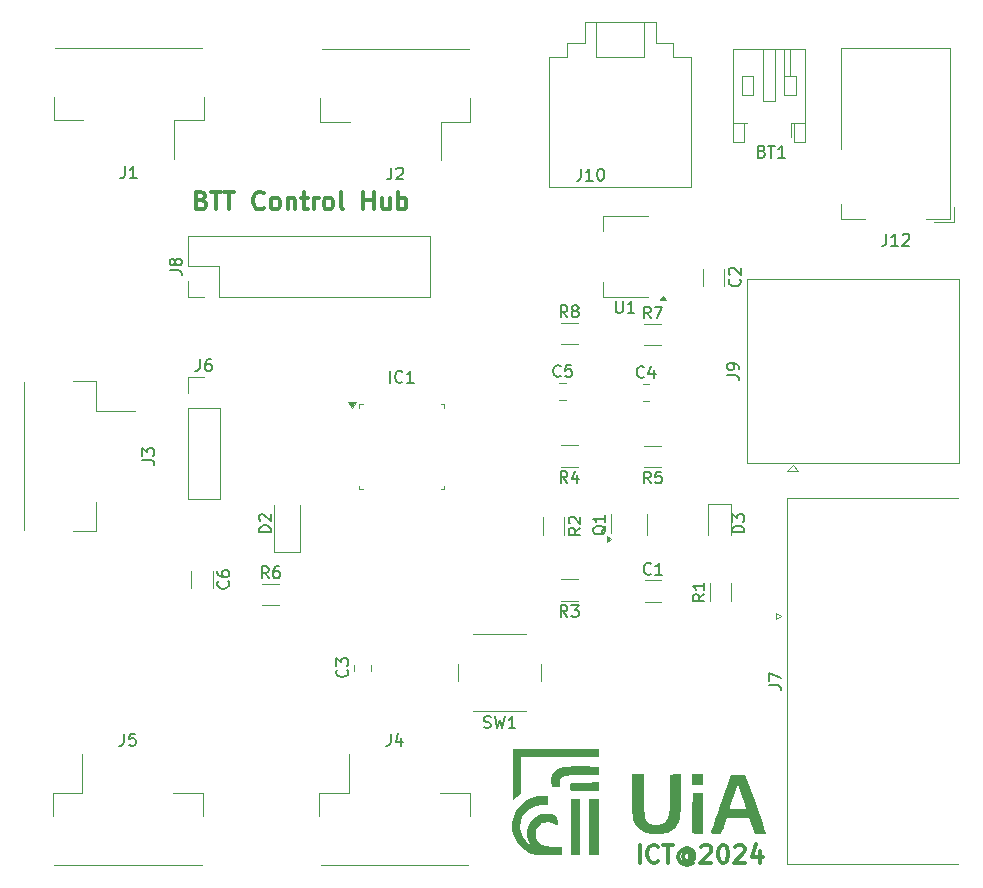
<source format=gbr>
%TF.GenerationSoftware,KiCad,Pcbnew,8.0.1*%
%TF.CreationDate,2024-05-29T14:30:23+02:00*%
%TF.ProjectId,CorntrolHub,436f726e-7472-46f6-9c48-75622e6b6963,rev?*%
%TF.SameCoordinates,Original*%
%TF.FileFunction,Legend,Top*%
%TF.FilePolarity,Positive*%
%FSLAX46Y46*%
G04 Gerber Fmt 4.6, Leading zero omitted, Abs format (unit mm)*
G04 Created by KiCad (PCBNEW 8.0.1) date 2024-05-29 14:30:23*
%MOMM*%
%LPD*%
G01*
G04 APERTURE LIST*
%ADD10C,0.300000*%
%ADD11C,0.150000*%
%ADD12C,0.000000*%
%ADD13C,0.120000*%
G04 APERTURE END LIST*
D10*
X119854510Y-71315114D02*
X120068796Y-71386542D01*
X120068796Y-71386542D02*
X120140225Y-71457971D01*
X120140225Y-71457971D02*
X120211653Y-71600828D01*
X120211653Y-71600828D02*
X120211653Y-71815114D01*
X120211653Y-71815114D02*
X120140225Y-71957971D01*
X120140225Y-71957971D02*
X120068796Y-72029400D01*
X120068796Y-72029400D02*
X119925939Y-72100828D01*
X119925939Y-72100828D02*
X119354510Y-72100828D01*
X119354510Y-72100828D02*
X119354510Y-70600828D01*
X119354510Y-70600828D02*
X119854510Y-70600828D01*
X119854510Y-70600828D02*
X119997368Y-70672257D01*
X119997368Y-70672257D02*
X120068796Y-70743685D01*
X120068796Y-70743685D02*
X120140225Y-70886542D01*
X120140225Y-70886542D02*
X120140225Y-71029400D01*
X120140225Y-71029400D02*
X120068796Y-71172257D01*
X120068796Y-71172257D02*
X119997368Y-71243685D01*
X119997368Y-71243685D02*
X119854510Y-71315114D01*
X119854510Y-71315114D02*
X119354510Y-71315114D01*
X120640225Y-70600828D02*
X121497368Y-70600828D01*
X121068796Y-72100828D02*
X121068796Y-70600828D01*
X121783082Y-70600828D02*
X122640225Y-70600828D01*
X122211653Y-72100828D02*
X122211653Y-70600828D01*
X125140224Y-71957971D02*
X125068796Y-72029400D01*
X125068796Y-72029400D02*
X124854510Y-72100828D01*
X124854510Y-72100828D02*
X124711653Y-72100828D01*
X124711653Y-72100828D02*
X124497367Y-72029400D01*
X124497367Y-72029400D02*
X124354510Y-71886542D01*
X124354510Y-71886542D02*
X124283081Y-71743685D01*
X124283081Y-71743685D02*
X124211653Y-71457971D01*
X124211653Y-71457971D02*
X124211653Y-71243685D01*
X124211653Y-71243685D02*
X124283081Y-70957971D01*
X124283081Y-70957971D02*
X124354510Y-70815114D01*
X124354510Y-70815114D02*
X124497367Y-70672257D01*
X124497367Y-70672257D02*
X124711653Y-70600828D01*
X124711653Y-70600828D02*
X124854510Y-70600828D01*
X124854510Y-70600828D02*
X125068796Y-70672257D01*
X125068796Y-70672257D02*
X125140224Y-70743685D01*
X125997367Y-72100828D02*
X125854510Y-72029400D01*
X125854510Y-72029400D02*
X125783081Y-71957971D01*
X125783081Y-71957971D02*
X125711653Y-71815114D01*
X125711653Y-71815114D02*
X125711653Y-71386542D01*
X125711653Y-71386542D02*
X125783081Y-71243685D01*
X125783081Y-71243685D02*
X125854510Y-71172257D01*
X125854510Y-71172257D02*
X125997367Y-71100828D01*
X125997367Y-71100828D02*
X126211653Y-71100828D01*
X126211653Y-71100828D02*
X126354510Y-71172257D01*
X126354510Y-71172257D02*
X126425939Y-71243685D01*
X126425939Y-71243685D02*
X126497367Y-71386542D01*
X126497367Y-71386542D02*
X126497367Y-71815114D01*
X126497367Y-71815114D02*
X126425939Y-71957971D01*
X126425939Y-71957971D02*
X126354510Y-72029400D01*
X126354510Y-72029400D02*
X126211653Y-72100828D01*
X126211653Y-72100828D02*
X125997367Y-72100828D01*
X127140224Y-71100828D02*
X127140224Y-72100828D01*
X127140224Y-71243685D02*
X127211653Y-71172257D01*
X127211653Y-71172257D02*
X127354510Y-71100828D01*
X127354510Y-71100828D02*
X127568796Y-71100828D01*
X127568796Y-71100828D02*
X127711653Y-71172257D01*
X127711653Y-71172257D02*
X127783082Y-71315114D01*
X127783082Y-71315114D02*
X127783082Y-72100828D01*
X128283082Y-71100828D02*
X128854510Y-71100828D01*
X128497367Y-70600828D02*
X128497367Y-71886542D01*
X128497367Y-71886542D02*
X128568796Y-72029400D01*
X128568796Y-72029400D02*
X128711653Y-72100828D01*
X128711653Y-72100828D02*
X128854510Y-72100828D01*
X129354510Y-72100828D02*
X129354510Y-71100828D01*
X129354510Y-71386542D02*
X129425939Y-71243685D01*
X129425939Y-71243685D02*
X129497368Y-71172257D01*
X129497368Y-71172257D02*
X129640225Y-71100828D01*
X129640225Y-71100828D02*
X129783082Y-71100828D01*
X130497367Y-72100828D02*
X130354510Y-72029400D01*
X130354510Y-72029400D02*
X130283081Y-71957971D01*
X130283081Y-71957971D02*
X130211653Y-71815114D01*
X130211653Y-71815114D02*
X130211653Y-71386542D01*
X130211653Y-71386542D02*
X130283081Y-71243685D01*
X130283081Y-71243685D02*
X130354510Y-71172257D01*
X130354510Y-71172257D02*
X130497367Y-71100828D01*
X130497367Y-71100828D02*
X130711653Y-71100828D01*
X130711653Y-71100828D02*
X130854510Y-71172257D01*
X130854510Y-71172257D02*
X130925939Y-71243685D01*
X130925939Y-71243685D02*
X130997367Y-71386542D01*
X130997367Y-71386542D02*
X130997367Y-71815114D01*
X130997367Y-71815114D02*
X130925939Y-71957971D01*
X130925939Y-71957971D02*
X130854510Y-72029400D01*
X130854510Y-72029400D02*
X130711653Y-72100828D01*
X130711653Y-72100828D02*
X130497367Y-72100828D01*
X131854510Y-72100828D02*
X131711653Y-72029400D01*
X131711653Y-72029400D02*
X131640224Y-71886542D01*
X131640224Y-71886542D02*
X131640224Y-70600828D01*
X133568795Y-72100828D02*
X133568795Y-70600828D01*
X133568795Y-71315114D02*
X134425938Y-71315114D01*
X134425938Y-72100828D02*
X134425938Y-70600828D01*
X135783082Y-71100828D02*
X135783082Y-72100828D01*
X135140224Y-71100828D02*
X135140224Y-71886542D01*
X135140224Y-71886542D02*
X135211653Y-72029400D01*
X135211653Y-72029400D02*
X135354510Y-72100828D01*
X135354510Y-72100828D02*
X135568796Y-72100828D01*
X135568796Y-72100828D02*
X135711653Y-72029400D01*
X135711653Y-72029400D02*
X135783082Y-71957971D01*
X136497367Y-72100828D02*
X136497367Y-70600828D01*
X136497367Y-71172257D02*
X136640225Y-71100828D01*
X136640225Y-71100828D02*
X136925939Y-71100828D01*
X136925939Y-71100828D02*
X137068796Y-71172257D01*
X137068796Y-71172257D02*
X137140225Y-71243685D01*
X137140225Y-71243685D02*
X137211653Y-71386542D01*
X137211653Y-71386542D02*
X137211653Y-71815114D01*
X137211653Y-71815114D02*
X137140225Y-71957971D01*
X137140225Y-71957971D02*
X137068796Y-72029400D01*
X137068796Y-72029400D02*
X136925939Y-72100828D01*
X136925939Y-72100828D02*
X136640225Y-72100828D01*
X136640225Y-72100828D02*
X136497367Y-72029400D01*
X156954510Y-127400828D02*
X156954510Y-125900828D01*
X158525939Y-127257971D02*
X158454511Y-127329400D01*
X158454511Y-127329400D02*
X158240225Y-127400828D01*
X158240225Y-127400828D02*
X158097368Y-127400828D01*
X158097368Y-127400828D02*
X157883082Y-127329400D01*
X157883082Y-127329400D02*
X157740225Y-127186542D01*
X157740225Y-127186542D02*
X157668796Y-127043685D01*
X157668796Y-127043685D02*
X157597368Y-126757971D01*
X157597368Y-126757971D02*
X157597368Y-126543685D01*
X157597368Y-126543685D02*
X157668796Y-126257971D01*
X157668796Y-126257971D02*
X157740225Y-126115114D01*
X157740225Y-126115114D02*
X157883082Y-125972257D01*
X157883082Y-125972257D02*
X158097368Y-125900828D01*
X158097368Y-125900828D02*
X158240225Y-125900828D01*
X158240225Y-125900828D02*
X158454511Y-125972257D01*
X158454511Y-125972257D02*
X158525939Y-126043685D01*
X158954511Y-125900828D02*
X159811654Y-125900828D01*
X159383082Y-127400828D02*
X159383082Y-125900828D01*
X161240225Y-126686542D02*
X161168796Y-126615114D01*
X161168796Y-126615114D02*
X161025939Y-126543685D01*
X161025939Y-126543685D02*
X160883082Y-126543685D01*
X160883082Y-126543685D02*
X160740225Y-126615114D01*
X160740225Y-126615114D02*
X160668796Y-126686542D01*
X160668796Y-126686542D02*
X160597368Y-126829400D01*
X160597368Y-126829400D02*
X160597368Y-126972257D01*
X160597368Y-126972257D02*
X160668796Y-127115114D01*
X160668796Y-127115114D02*
X160740225Y-127186542D01*
X160740225Y-127186542D02*
X160883082Y-127257971D01*
X160883082Y-127257971D02*
X161025939Y-127257971D01*
X161025939Y-127257971D02*
X161168796Y-127186542D01*
X161168796Y-127186542D02*
X161240225Y-127115114D01*
X161240225Y-126543685D02*
X161240225Y-127115114D01*
X161240225Y-127115114D02*
X161311653Y-127186542D01*
X161311653Y-127186542D02*
X161383082Y-127186542D01*
X161383082Y-127186542D02*
X161525939Y-127115114D01*
X161525939Y-127115114D02*
X161597368Y-126972257D01*
X161597368Y-126972257D02*
X161597368Y-126615114D01*
X161597368Y-126615114D02*
X161454511Y-126400828D01*
X161454511Y-126400828D02*
X161240225Y-126257971D01*
X161240225Y-126257971D02*
X160954511Y-126186542D01*
X160954511Y-126186542D02*
X160668796Y-126257971D01*
X160668796Y-126257971D02*
X160454511Y-126400828D01*
X160454511Y-126400828D02*
X160311653Y-126615114D01*
X160311653Y-126615114D02*
X160240225Y-126900828D01*
X160240225Y-126900828D02*
X160311653Y-127186542D01*
X160311653Y-127186542D02*
X160454511Y-127400828D01*
X160454511Y-127400828D02*
X160668796Y-127543685D01*
X160668796Y-127543685D02*
X160954511Y-127615114D01*
X160954511Y-127615114D02*
X161240225Y-127543685D01*
X161240225Y-127543685D02*
X161454511Y-127400828D01*
X162168796Y-126043685D02*
X162240224Y-125972257D01*
X162240224Y-125972257D02*
X162383082Y-125900828D01*
X162383082Y-125900828D02*
X162740224Y-125900828D01*
X162740224Y-125900828D02*
X162883082Y-125972257D01*
X162883082Y-125972257D02*
X162954510Y-126043685D01*
X162954510Y-126043685D02*
X163025939Y-126186542D01*
X163025939Y-126186542D02*
X163025939Y-126329400D01*
X163025939Y-126329400D02*
X162954510Y-126543685D01*
X162954510Y-126543685D02*
X162097367Y-127400828D01*
X162097367Y-127400828D02*
X163025939Y-127400828D01*
X163954510Y-125900828D02*
X164097367Y-125900828D01*
X164097367Y-125900828D02*
X164240224Y-125972257D01*
X164240224Y-125972257D02*
X164311653Y-126043685D01*
X164311653Y-126043685D02*
X164383081Y-126186542D01*
X164383081Y-126186542D02*
X164454510Y-126472257D01*
X164454510Y-126472257D02*
X164454510Y-126829400D01*
X164454510Y-126829400D02*
X164383081Y-127115114D01*
X164383081Y-127115114D02*
X164311653Y-127257971D01*
X164311653Y-127257971D02*
X164240224Y-127329400D01*
X164240224Y-127329400D02*
X164097367Y-127400828D01*
X164097367Y-127400828D02*
X163954510Y-127400828D01*
X163954510Y-127400828D02*
X163811653Y-127329400D01*
X163811653Y-127329400D02*
X163740224Y-127257971D01*
X163740224Y-127257971D02*
X163668795Y-127115114D01*
X163668795Y-127115114D02*
X163597367Y-126829400D01*
X163597367Y-126829400D02*
X163597367Y-126472257D01*
X163597367Y-126472257D02*
X163668795Y-126186542D01*
X163668795Y-126186542D02*
X163740224Y-126043685D01*
X163740224Y-126043685D02*
X163811653Y-125972257D01*
X163811653Y-125972257D02*
X163954510Y-125900828D01*
X165025938Y-126043685D02*
X165097366Y-125972257D01*
X165097366Y-125972257D02*
X165240224Y-125900828D01*
X165240224Y-125900828D02*
X165597366Y-125900828D01*
X165597366Y-125900828D02*
X165740224Y-125972257D01*
X165740224Y-125972257D02*
X165811652Y-126043685D01*
X165811652Y-126043685D02*
X165883081Y-126186542D01*
X165883081Y-126186542D02*
X165883081Y-126329400D01*
X165883081Y-126329400D02*
X165811652Y-126543685D01*
X165811652Y-126543685D02*
X164954509Y-127400828D01*
X164954509Y-127400828D02*
X165883081Y-127400828D01*
X167168795Y-126400828D02*
X167168795Y-127400828D01*
X166811652Y-125829400D02*
X166454509Y-126900828D01*
X166454509Y-126900828D02*
X167383080Y-126900828D01*
D11*
X157883333Y-81334819D02*
X157550000Y-80858628D01*
X157311905Y-81334819D02*
X157311905Y-80334819D01*
X157311905Y-80334819D02*
X157692857Y-80334819D01*
X157692857Y-80334819D02*
X157788095Y-80382438D01*
X157788095Y-80382438D02*
X157835714Y-80430057D01*
X157835714Y-80430057D02*
X157883333Y-80525295D01*
X157883333Y-80525295D02*
X157883333Y-80668152D01*
X157883333Y-80668152D02*
X157835714Y-80763390D01*
X157835714Y-80763390D02*
X157788095Y-80811009D01*
X157788095Y-80811009D02*
X157692857Y-80858628D01*
X157692857Y-80858628D02*
X157311905Y-80858628D01*
X158216667Y-80334819D02*
X158883333Y-80334819D01*
X158883333Y-80334819D02*
X158454762Y-81334819D01*
X157883333Y-95299819D02*
X157550000Y-94823628D01*
X157311905Y-95299819D02*
X157311905Y-94299819D01*
X157311905Y-94299819D02*
X157692857Y-94299819D01*
X157692857Y-94299819D02*
X157788095Y-94347438D01*
X157788095Y-94347438D02*
X157835714Y-94395057D01*
X157835714Y-94395057D02*
X157883333Y-94490295D01*
X157883333Y-94490295D02*
X157883333Y-94633152D01*
X157883333Y-94633152D02*
X157835714Y-94728390D01*
X157835714Y-94728390D02*
X157788095Y-94776009D01*
X157788095Y-94776009D02*
X157692857Y-94823628D01*
X157692857Y-94823628D02*
X157311905Y-94823628D01*
X158788095Y-94299819D02*
X158311905Y-94299819D01*
X158311905Y-94299819D02*
X158264286Y-94776009D01*
X158264286Y-94776009D02*
X158311905Y-94728390D01*
X158311905Y-94728390D02*
X158407143Y-94680771D01*
X158407143Y-94680771D02*
X158645238Y-94680771D01*
X158645238Y-94680771D02*
X158740476Y-94728390D01*
X158740476Y-94728390D02*
X158788095Y-94776009D01*
X158788095Y-94776009D02*
X158835714Y-94871247D01*
X158835714Y-94871247D02*
X158835714Y-95109342D01*
X158835714Y-95109342D02*
X158788095Y-95204580D01*
X158788095Y-95204580D02*
X158740476Y-95252200D01*
X158740476Y-95252200D02*
X158645238Y-95299819D01*
X158645238Y-95299819D02*
X158407143Y-95299819D01*
X158407143Y-95299819D02*
X158311905Y-95252200D01*
X158311905Y-95252200D02*
X158264286Y-95204580D01*
X135936997Y-68559819D02*
X135936997Y-69274104D01*
X135936997Y-69274104D02*
X135889378Y-69416961D01*
X135889378Y-69416961D02*
X135794140Y-69512200D01*
X135794140Y-69512200D02*
X135651283Y-69559819D01*
X135651283Y-69559819D02*
X135556045Y-69559819D01*
X136365569Y-68655057D02*
X136413188Y-68607438D01*
X136413188Y-68607438D02*
X136508426Y-68559819D01*
X136508426Y-68559819D02*
X136746521Y-68559819D01*
X136746521Y-68559819D02*
X136841759Y-68607438D01*
X136841759Y-68607438D02*
X136889378Y-68655057D01*
X136889378Y-68655057D02*
X136936997Y-68750295D01*
X136936997Y-68750295D02*
X136936997Y-68845533D01*
X136936997Y-68845533D02*
X136889378Y-68988390D01*
X136889378Y-68988390D02*
X136317950Y-69559819D01*
X136317950Y-69559819D02*
X136936997Y-69559819D01*
X113286666Y-116504819D02*
X113286666Y-117219104D01*
X113286666Y-117219104D02*
X113239047Y-117361961D01*
X113239047Y-117361961D02*
X113143809Y-117457200D01*
X113143809Y-117457200D02*
X113000952Y-117504819D01*
X113000952Y-117504819D02*
X112905714Y-117504819D01*
X114239047Y-116504819D02*
X113762857Y-116504819D01*
X113762857Y-116504819D02*
X113715238Y-116981009D01*
X113715238Y-116981009D02*
X113762857Y-116933390D01*
X113762857Y-116933390D02*
X113858095Y-116885771D01*
X113858095Y-116885771D02*
X114096190Y-116885771D01*
X114096190Y-116885771D02*
X114191428Y-116933390D01*
X114191428Y-116933390D02*
X114239047Y-116981009D01*
X114239047Y-116981009D02*
X114286666Y-117076247D01*
X114286666Y-117076247D02*
X114286666Y-117314342D01*
X114286666Y-117314342D02*
X114239047Y-117409580D01*
X114239047Y-117409580D02*
X114191428Y-117457200D01*
X114191428Y-117457200D02*
X114096190Y-117504819D01*
X114096190Y-117504819D02*
X113858095Y-117504819D01*
X113858095Y-117504819D02*
X113762857Y-117457200D01*
X113762857Y-117457200D02*
X113715238Y-117409580D01*
X157913333Y-102934580D02*
X157865714Y-102982200D01*
X157865714Y-102982200D02*
X157722857Y-103029819D01*
X157722857Y-103029819D02*
X157627619Y-103029819D01*
X157627619Y-103029819D02*
X157484762Y-102982200D01*
X157484762Y-102982200D02*
X157389524Y-102886961D01*
X157389524Y-102886961D02*
X157341905Y-102791723D01*
X157341905Y-102791723D02*
X157294286Y-102601247D01*
X157294286Y-102601247D02*
X157294286Y-102458390D01*
X157294286Y-102458390D02*
X157341905Y-102267914D01*
X157341905Y-102267914D02*
X157389524Y-102172676D01*
X157389524Y-102172676D02*
X157484762Y-102077438D01*
X157484762Y-102077438D02*
X157627619Y-102029819D01*
X157627619Y-102029819D02*
X157722857Y-102029819D01*
X157722857Y-102029819D02*
X157865714Y-102077438D01*
X157865714Y-102077438D02*
X157913333Y-102125057D01*
X158865714Y-103029819D02*
X158294286Y-103029819D01*
X158580000Y-103029819D02*
X158580000Y-102029819D01*
X158580000Y-102029819D02*
X158484762Y-102172676D01*
X158484762Y-102172676D02*
X158389524Y-102267914D01*
X158389524Y-102267914D02*
X158294286Y-102315533D01*
X119726666Y-84784819D02*
X119726666Y-85499104D01*
X119726666Y-85499104D02*
X119679047Y-85641961D01*
X119679047Y-85641961D02*
X119583809Y-85737200D01*
X119583809Y-85737200D02*
X119440952Y-85784819D01*
X119440952Y-85784819D02*
X119345714Y-85784819D01*
X120631428Y-84784819D02*
X120440952Y-84784819D01*
X120440952Y-84784819D02*
X120345714Y-84832438D01*
X120345714Y-84832438D02*
X120298095Y-84880057D01*
X120298095Y-84880057D02*
X120202857Y-85022914D01*
X120202857Y-85022914D02*
X120155238Y-85213390D01*
X120155238Y-85213390D02*
X120155238Y-85594342D01*
X120155238Y-85594342D02*
X120202857Y-85689580D01*
X120202857Y-85689580D02*
X120250476Y-85737200D01*
X120250476Y-85737200D02*
X120345714Y-85784819D01*
X120345714Y-85784819D02*
X120536190Y-85784819D01*
X120536190Y-85784819D02*
X120631428Y-85737200D01*
X120631428Y-85737200D02*
X120679047Y-85689580D01*
X120679047Y-85689580D02*
X120726666Y-85594342D01*
X120726666Y-85594342D02*
X120726666Y-85356247D01*
X120726666Y-85356247D02*
X120679047Y-85261009D01*
X120679047Y-85261009D02*
X120631428Y-85213390D01*
X120631428Y-85213390D02*
X120536190Y-85165771D01*
X120536190Y-85165771D02*
X120345714Y-85165771D01*
X120345714Y-85165771D02*
X120250476Y-85213390D01*
X120250476Y-85213390D02*
X120202857Y-85261009D01*
X120202857Y-85261009D02*
X120155238Y-85356247D01*
X165804819Y-99438094D02*
X164804819Y-99438094D01*
X164804819Y-99438094D02*
X164804819Y-99199999D01*
X164804819Y-99199999D02*
X164852438Y-99057142D01*
X164852438Y-99057142D02*
X164947676Y-98961904D01*
X164947676Y-98961904D02*
X165042914Y-98914285D01*
X165042914Y-98914285D02*
X165233390Y-98866666D01*
X165233390Y-98866666D02*
X165376247Y-98866666D01*
X165376247Y-98866666D02*
X165566723Y-98914285D01*
X165566723Y-98914285D02*
X165661961Y-98961904D01*
X165661961Y-98961904D02*
X165757200Y-99057142D01*
X165757200Y-99057142D02*
X165804819Y-99199999D01*
X165804819Y-99199999D02*
X165804819Y-99438094D01*
X164804819Y-98533332D02*
X164804819Y-97914285D01*
X164804819Y-97914285D02*
X165185771Y-98247618D01*
X165185771Y-98247618D02*
X165185771Y-98104761D01*
X165185771Y-98104761D02*
X165233390Y-98009523D01*
X165233390Y-98009523D02*
X165281009Y-97961904D01*
X165281009Y-97961904D02*
X165376247Y-97914285D01*
X165376247Y-97914285D02*
X165614342Y-97914285D01*
X165614342Y-97914285D02*
X165709580Y-97961904D01*
X165709580Y-97961904D02*
X165757200Y-98009523D01*
X165757200Y-98009523D02*
X165804819Y-98104761D01*
X165804819Y-98104761D02*
X165804819Y-98390475D01*
X165804819Y-98390475D02*
X165757200Y-98485713D01*
X165757200Y-98485713D02*
X165709580Y-98533332D01*
X164354819Y-86125833D02*
X165069104Y-86125833D01*
X165069104Y-86125833D02*
X165211961Y-86173452D01*
X165211961Y-86173452D02*
X165307200Y-86268690D01*
X165307200Y-86268690D02*
X165354819Y-86411547D01*
X165354819Y-86411547D02*
X165354819Y-86506785D01*
X165354819Y-85602023D02*
X165354819Y-85411547D01*
X165354819Y-85411547D02*
X165307200Y-85316309D01*
X165307200Y-85316309D02*
X165259580Y-85268690D01*
X165259580Y-85268690D02*
X165116723Y-85173452D01*
X165116723Y-85173452D02*
X164926247Y-85125833D01*
X164926247Y-85125833D02*
X164545295Y-85125833D01*
X164545295Y-85125833D02*
X164450057Y-85173452D01*
X164450057Y-85173452D02*
X164402438Y-85221071D01*
X164402438Y-85221071D02*
X164354819Y-85316309D01*
X164354819Y-85316309D02*
X164354819Y-85506785D01*
X164354819Y-85506785D02*
X164402438Y-85602023D01*
X164402438Y-85602023D02*
X164450057Y-85649642D01*
X164450057Y-85649642D02*
X164545295Y-85697261D01*
X164545295Y-85697261D02*
X164783390Y-85697261D01*
X164783390Y-85697261D02*
X164878628Y-85649642D01*
X164878628Y-85649642D02*
X164926247Y-85602023D01*
X164926247Y-85602023D02*
X164973866Y-85506785D01*
X164973866Y-85506785D02*
X164973866Y-85316309D01*
X164973866Y-85316309D02*
X164926247Y-85221071D01*
X164926247Y-85221071D02*
X164878628Y-85173452D01*
X164878628Y-85173452D02*
X164783390Y-85125833D01*
X165409580Y-78004166D02*
X165457200Y-78051785D01*
X165457200Y-78051785D02*
X165504819Y-78194642D01*
X165504819Y-78194642D02*
X165504819Y-78289880D01*
X165504819Y-78289880D02*
X165457200Y-78432737D01*
X165457200Y-78432737D02*
X165361961Y-78527975D01*
X165361961Y-78527975D02*
X165266723Y-78575594D01*
X165266723Y-78575594D02*
X165076247Y-78623213D01*
X165076247Y-78623213D02*
X164933390Y-78623213D01*
X164933390Y-78623213D02*
X164742914Y-78575594D01*
X164742914Y-78575594D02*
X164647676Y-78527975D01*
X164647676Y-78527975D02*
X164552438Y-78432737D01*
X164552438Y-78432737D02*
X164504819Y-78289880D01*
X164504819Y-78289880D02*
X164504819Y-78194642D01*
X164504819Y-78194642D02*
X164552438Y-78051785D01*
X164552438Y-78051785D02*
X164600057Y-78004166D01*
X164600057Y-77623213D02*
X164552438Y-77575594D01*
X164552438Y-77575594D02*
X164504819Y-77480356D01*
X164504819Y-77480356D02*
X164504819Y-77242261D01*
X164504819Y-77242261D02*
X164552438Y-77147023D01*
X164552438Y-77147023D02*
X164600057Y-77099404D01*
X164600057Y-77099404D02*
X164695295Y-77051785D01*
X164695295Y-77051785D02*
X164790533Y-77051785D01*
X164790533Y-77051785D02*
X164933390Y-77099404D01*
X164933390Y-77099404D02*
X165504819Y-77670832D01*
X165504819Y-77670832D02*
X165504819Y-77051785D01*
X154100057Y-98895238D02*
X154052438Y-98990476D01*
X154052438Y-98990476D02*
X153957200Y-99085714D01*
X153957200Y-99085714D02*
X153814342Y-99228571D01*
X153814342Y-99228571D02*
X153766723Y-99323809D01*
X153766723Y-99323809D02*
X153766723Y-99419047D01*
X154004819Y-99371428D02*
X153957200Y-99466666D01*
X153957200Y-99466666D02*
X153861961Y-99561904D01*
X153861961Y-99561904D02*
X153671485Y-99609523D01*
X153671485Y-99609523D02*
X153338152Y-99609523D01*
X153338152Y-99609523D02*
X153147676Y-99561904D01*
X153147676Y-99561904D02*
X153052438Y-99466666D01*
X153052438Y-99466666D02*
X153004819Y-99371428D01*
X153004819Y-99371428D02*
X153004819Y-99180952D01*
X153004819Y-99180952D02*
X153052438Y-99085714D01*
X153052438Y-99085714D02*
X153147676Y-98990476D01*
X153147676Y-98990476D02*
X153338152Y-98942857D01*
X153338152Y-98942857D02*
X153671485Y-98942857D01*
X153671485Y-98942857D02*
X153861961Y-98990476D01*
X153861961Y-98990476D02*
X153957200Y-99085714D01*
X153957200Y-99085714D02*
X154004819Y-99180952D01*
X154004819Y-99180952D02*
X154004819Y-99371428D01*
X154004819Y-97990476D02*
X154004819Y-98561904D01*
X154004819Y-98276190D02*
X153004819Y-98276190D01*
X153004819Y-98276190D02*
X153147676Y-98371428D01*
X153147676Y-98371428D02*
X153242914Y-98466666D01*
X153242914Y-98466666D02*
X153290533Y-98561904D01*
X135866666Y-116504819D02*
X135866666Y-117219104D01*
X135866666Y-117219104D02*
X135819047Y-117361961D01*
X135819047Y-117361961D02*
X135723809Y-117457200D01*
X135723809Y-117457200D02*
X135580952Y-117504819D01*
X135580952Y-117504819D02*
X135485714Y-117504819D01*
X136771428Y-116838152D02*
X136771428Y-117504819D01*
X136533333Y-116457200D02*
X136295238Y-117171485D01*
X136295238Y-117171485D02*
X136914285Y-117171485D01*
X167304616Y-67186009D02*
X167447473Y-67233628D01*
X167447473Y-67233628D02*
X167495092Y-67281247D01*
X167495092Y-67281247D02*
X167542711Y-67376485D01*
X167542711Y-67376485D02*
X167542711Y-67519342D01*
X167542711Y-67519342D02*
X167495092Y-67614580D01*
X167495092Y-67614580D02*
X167447473Y-67662200D01*
X167447473Y-67662200D02*
X167352235Y-67709819D01*
X167352235Y-67709819D02*
X166971283Y-67709819D01*
X166971283Y-67709819D02*
X166971283Y-66709819D01*
X166971283Y-66709819D02*
X167304616Y-66709819D01*
X167304616Y-66709819D02*
X167399854Y-66757438D01*
X167399854Y-66757438D02*
X167447473Y-66805057D01*
X167447473Y-66805057D02*
X167495092Y-66900295D01*
X167495092Y-66900295D02*
X167495092Y-66995533D01*
X167495092Y-66995533D02*
X167447473Y-67090771D01*
X167447473Y-67090771D02*
X167399854Y-67138390D01*
X167399854Y-67138390D02*
X167304616Y-67186009D01*
X167304616Y-67186009D02*
X166971283Y-67186009D01*
X167828426Y-66709819D02*
X168399854Y-66709819D01*
X168114140Y-67709819D02*
X168114140Y-66709819D01*
X169256997Y-67709819D02*
X168685569Y-67709819D01*
X168971283Y-67709819D02*
X168971283Y-66709819D01*
X168971283Y-66709819D02*
X168876045Y-66852676D01*
X168876045Y-66852676D02*
X168780807Y-66947914D01*
X168780807Y-66947914D02*
X168685569Y-66995533D01*
X122099911Y-103584166D02*
X122147531Y-103631785D01*
X122147531Y-103631785D02*
X122195150Y-103774642D01*
X122195150Y-103774642D02*
X122195150Y-103869880D01*
X122195150Y-103869880D02*
X122147531Y-104012737D01*
X122147531Y-104012737D02*
X122052292Y-104107975D01*
X122052292Y-104107975D02*
X121957054Y-104155594D01*
X121957054Y-104155594D02*
X121766578Y-104203213D01*
X121766578Y-104203213D02*
X121623721Y-104203213D01*
X121623721Y-104203213D02*
X121433245Y-104155594D01*
X121433245Y-104155594D02*
X121338007Y-104107975D01*
X121338007Y-104107975D02*
X121242769Y-104012737D01*
X121242769Y-104012737D02*
X121195150Y-103869880D01*
X121195150Y-103869880D02*
X121195150Y-103774642D01*
X121195150Y-103774642D02*
X121242769Y-103631785D01*
X121242769Y-103631785D02*
X121290388Y-103584166D01*
X121195150Y-102727023D02*
X121195150Y-102917499D01*
X121195150Y-102917499D02*
X121242769Y-103012737D01*
X121242769Y-103012737D02*
X121290388Y-103060356D01*
X121290388Y-103060356D02*
X121433245Y-103155594D01*
X121433245Y-103155594D02*
X121623721Y-103203213D01*
X121623721Y-103203213D02*
X122004673Y-103203213D01*
X122004673Y-103203213D02*
X122099911Y-103155594D01*
X122099911Y-103155594D02*
X122147531Y-103107975D01*
X122147531Y-103107975D02*
X122195150Y-103012737D01*
X122195150Y-103012737D02*
X122195150Y-102822261D01*
X122195150Y-102822261D02*
X122147531Y-102727023D01*
X122147531Y-102727023D02*
X122099911Y-102679404D01*
X122099911Y-102679404D02*
X122004673Y-102631785D01*
X122004673Y-102631785D02*
X121766578Y-102631785D01*
X121766578Y-102631785D02*
X121671340Y-102679404D01*
X121671340Y-102679404D02*
X121623721Y-102727023D01*
X121623721Y-102727023D02*
X121576102Y-102822261D01*
X121576102Y-102822261D02*
X121576102Y-103012737D01*
X121576102Y-103012737D02*
X121623721Y-103107975D01*
X121623721Y-103107975D02*
X121671340Y-103155594D01*
X121671340Y-103155594D02*
X121766578Y-103203213D01*
X150833333Y-106599819D02*
X150500000Y-106123628D01*
X150261905Y-106599819D02*
X150261905Y-105599819D01*
X150261905Y-105599819D02*
X150642857Y-105599819D01*
X150642857Y-105599819D02*
X150738095Y-105647438D01*
X150738095Y-105647438D02*
X150785714Y-105695057D01*
X150785714Y-105695057D02*
X150833333Y-105790295D01*
X150833333Y-105790295D02*
X150833333Y-105933152D01*
X150833333Y-105933152D02*
X150785714Y-106028390D01*
X150785714Y-106028390D02*
X150738095Y-106076009D01*
X150738095Y-106076009D02*
X150642857Y-106123628D01*
X150642857Y-106123628D02*
X150261905Y-106123628D01*
X151166667Y-105599819D02*
X151785714Y-105599819D01*
X151785714Y-105599819D02*
X151452381Y-105980771D01*
X151452381Y-105980771D02*
X151595238Y-105980771D01*
X151595238Y-105980771D02*
X151690476Y-106028390D01*
X151690476Y-106028390D02*
X151738095Y-106076009D01*
X151738095Y-106076009D02*
X151785714Y-106171247D01*
X151785714Y-106171247D02*
X151785714Y-106409342D01*
X151785714Y-106409342D02*
X151738095Y-106504580D01*
X151738095Y-106504580D02*
X151690476Y-106552200D01*
X151690476Y-106552200D02*
X151595238Y-106599819D01*
X151595238Y-106599819D02*
X151309524Y-106599819D01*
X151309524Y-106599819D02*
X151214286Y-106552200D01*
X151214286Y-106552200D02*
X151166667Y-106504580D01*
X167914819Y-112378333D02*
X168629104Y-112378333D01*
X168629104Y-112378333D02*
X168771961Y-112425952D01*
X168771961Y-112425952D02*
X168867200Y-112521190D01*
X168867200Y-112521190D02*
X168914819Y-112664047D01*
X168914819Y-112664047D02*
X168914819Y-112759285D01*
X167914819Y-111997380D02*
X167914819Y-111330714D01*
X167914819Y-111330714D02*
X168914819Y-111759285D01*
X114854819Y-93333333D02*
X115569104Y-93333333D01*
X115569104Y-93333333D02*
X115711961Y-93380952D01*
X115711961Y-93380952D02*
X115807200Y-93476190D01*
X115807200Y-93476190D02*
X115854819Y-93619047D01*
X115854819Y-93619047D02*
X115854819Y-93714285D01*
X114854819Y-92952380D02*
X114854819Y-92333333D01*
X114854819Y-92333333D02*
X115235771Y-92666666D01*
X115235771Y-92666666D02*
X115235771Y-92523809D01*
X115235771Y-92523809D02*
X115283390Y-92428571D01*
X115283390Y-92428571D02*
X115331009Y-92380952D01*
X115331009Y-92380952D02*
X115426247Y-92333333D01*
X115426247Y-92333333D02*
X115664342Y-92333333D01*
X115664342Y-92333333D02*
X115759580Y-92380952D01*
X115759580Y-92380952D02*
X115807200Y-92428571D01*
X115807200Y-92428571D02*
X115854819Y-92523809D01*
X115854819Y-92523809D02*
X115854819Y-92809523D01*
X115854819Y-92809523D02*
X115807200Y-92904761D01*
X115807200Y-92904761D02*
X115759580Y-92952380D01*
X157313333Y-86279580D02*
X157265714Y-86327200D01*
X157265714Y-86327200D02*
X157122857Y-86374819D01*
X157122857Y-86374819D02*
X157027619Y-86374819D01*
X157027619Y-86374819D02*
X156884762Y-86327200D01*
X156884762Y-86327200D02*
X156789524Y-86231961D01*
X156789524Y-86231961D02*
X156741905Y-86136723D01*
X156741905Y-86136723D02*
X156694286Y-85946247D01*
X156694286Y-85946247D02*
X156694286Y-85803390D01*
X156694286Y-85803390D02*
X156741905Y-85612914D01*
X156741905Y-85612914D02*
X156789524Y-85517676D01*
X156789524Y-85517676D02*
X156884762Y-85422438D01*
X156884762Y-85422438D02*
X157027619Y-85374819D01*
X157027619Y-85374819D02*
X157122857Y-85374819D01*
X157122857Y-85374819D02*
X157265714Y-85422438D01*
X157265714Y-85422438D02*
X157313333Y-85470057D01*
X158170476Y-85708152D02*
X158170476Y-86374819D01*
X157932381Y-85327200D02*
X157694286Y-86041485D01*
X157694286Y-86041485D02*
X158313333Y-86041485D01*
X162434819Y-104666666D02*
X161958628Y-104999999D01*
X162434819Y-105238094D02*
X161434819Y-105238094D01*
X161434819Y-105238094D02*
X161434819Y-104857142D01*
X161434819Y-104857142D02*
X161482438Y-104761904D01*
X161482438Y-104761904D02*
X161530057Y-104714285D01*
X161530057Y-104714285D02*
X161625295Y-104666666D01*
X161625295Y-104666666D02*
X161768152Y-104666666D01*
X161768152Y-104666666D02*
X161863390Y-104714285D01*
X161863390Y-104714285D02*
X161911009Y-104761904D01*
X161911009Y-104761904D02*
X161958628Y-104857142D01*
X161958628Y-104857142D02*
X161958628Y-105238094D01*
X162434819Y-103714285D02*
X162434819Y-104285713D01*
X162434819Y-103999999D02*
X161434819Y-103999999D01*
X161434819Y-103999999D02*
X161577676Y-104095237D01*
X161577676Y-104095237D02*
X161672914Y-104190475D01*
X161672914Y-104190475D02*
X161720533Y-104285713D01*
X151990476Y-68654819D02*
X151990476Y-69369104D01*
X151990476Y-69369104D02*
X151942857Y-69511961D01*
X151942857Y-69511961D02*
X151847619Y-69607200D01*
X151847619Y-69607200D02*
X151704762Y-69654819D01*
X151704762Y-69654819D02*
X151609524Y-69654819D01*
X152990476Y-69654819D02*
X152419048Y-69654819D01*
X152704762Y-69654819D02*
X152704762Y-68654819D01*
X152704762Y-68654819D02*
X152609524Y-68797676D01*
X152609524Y-68797676D02*
X152514286Y-68892914D01*
X152514286Y-68892914D02*
X152419048Y-68940533D01*
X153609524Y-68654819D02*
X153704762Y-68654819D01*
X153704762Y-68654819D02*
X153800000Y-68702438D01*
X153800000Y-68702438D02*
X153847619Y-68750057D01*
X153847619Y-68750057D02*
X153895238Y-68845295D01*
X153895238Y-68845295D02*
X153942857Y-69035771D01*
X153942857Y-69035771D02*
X153942857Y-69273866D01*
X153942857Y-69273866D02*
X153895238Y-69464342D01*
X153895238Y-69464342D02*
X153847619Y-69559580D01*
X153847619Y-69559580D02*
X153800000Y-69607200D01*
X153800000Y-69607200D02*
X153704762Y-69654819D01*
X153704762Y-69654819D02*
X153609524Y-69654819D01*
X153609524Y-69654819D02*
X153514286Y-69607200D01*
X153514286Y-69607200D02*
X153466667Y-69559580D01*
X153466667Y-69559580D02*
X153419048Y-69464342D01*
X153419048Y-69464342D02*
X153371429Y-69273866D01*
X153371429Y-69273866D02*
X153371429Y-69035771D01*
X153371429Y-69035771D02*
X153419048Y-68845295D01*
X153419048Y-68845295D02*
X153466667Y-68750057D01*
X153466667Y-68750057D02*
X153514286Y-68702438D01*
X153514286Y-68702438D02*
X153609524Y-68654819D01*
X151944819Y-99066666D02*
X151468628Y-99399999D01*
X151944819Y-99638094D02*
X150944819Y-99638094D01*
X150944819Y-99638094D02*
X150944819Y-99257142D01*
X150944819Y-99257142D02*
X150992438Y-99161904D01*
X150992438Y-99161904D02*
X151040057Y-99114285D01*
X151040057Y-99114285D02*
X151135295Y-99066666D01*
X151135295Y-99066666D02*
X151278152Y-99066666D01*
X151278152Y-99066666D02*
X151373390Y-99114285D01*
X151373390Y-99114285D02*
X151421009Y-99161904D01*
X151421009Y-99161904D02*
X151468628Y-99257142D01*
X151468628Y-99257142D02*
X151468628Y-99638094D01*
X151040057Y-98685713D02*
X150992438Y-98638094D01*
X150992438Y-98638094D02*
X150944819Y-98542856D01*
X150944819Y-98542856D02*
X150944819Y-98304761D01*
X150944819Y-98304761D02*
X150992438Y-98209523D01*
X150992438Y-98209523D02*
X151040057Y-98161904D01*
X151040057Y-98161904D02*
X151135295Y-98114285D01*
X151135295Y-98114285D02*
X151230533Y-98114285D01*
X151230533Y-98114285D02*
X151373390Y-98161904D01*
X151373390Y-98161904D02*
X151944819Y-98733332D01*
X151944819Y-98733332D02*
X151944819Y-98114285D01*
X150833333Y-95274819D02*
X150500000Y-94798628D01*
X150261905Y-95274819D02*
X150261905Y-94274819D01*
X150261905Y-94274819D02*
X150642857Y-94274819D01*
X150642857Y-94274819D02*
X150738095Y-94322438D01*
X150738095Y-94322438D02*
X150785714Y-94370057D01*
X150785714Y-94370057D02*
X150833333Y-94465295D01*
X150833333Y-94465295D02*
X150833333Y-94608152D01*
X150833333Y-94608152D02*
X150785714Y-94703390D01*
X150785714Y-94703390D02*
X150738095Y-94751009D01*
X150738095Y-94751009D02*
X150642857Y-94798628D01*
X150642857Y-94798628D02*
X150261905Y-94798628D01*
X151690476Y-94608152D02*
X151690476Y-95274819D01*
X151452381Y-94227200D02*
X151214286Y-94941485D01*
X151214286Y-94941485D02*
X151833333Y-94941485D01*
X113356997Y-68459819D02*
X113356997Y-69174104D01*
X113356997Y-69174104D02*
X113309378Y-69316961D01*
X113309378Y-69316961D02*
X113214140Y-69412200D01*
X113214140Y-69412200D02*
X113071283Y-69459819D01*
X113071283Y-69459819D02*
X112976045Y-69459819D01*
X114356997Y-69459819D02*
X113785569Y-69459819D01*
X114071283Y-69459819D02*
X114071283Y-68459819D01*
X114071283Y-68459819D02*
X113976045Y-68602676D01*
X113976045Y-68602676D02*
X113880807Y-68697914D01*
X113880807Y-68697914D02*
X113785569Y-68745533D01*
X143766667Y-115957200D02*
X143909524Y-116004819D01*
X143909524Y-116004819D02*
X144147619Y-116004819D01*
X144147619Y-116004819D02*
X144242857Y-115957200D01*
X144242857Y-115957200D02*
X144290476Y-115909580D01*
X144290476Y-115909580D02*
X144338095Y-115814342D01*
X144338095Y-115814342D02*
X144338095Y-115719104D01*
X144338095Y-115719104D02*
X144290476Y-115623866D01*
X144290476Y-115623866D02*
X144242857Y-115576247D01*
X144242857Y-115576247D02*
X144147619Y-115528628D01*
X144147619Y-115528628D02*
X143957143Y-115481009D01*
X143957143Y-115481009D02*
X143861905Y-115433390D01*
X143861905Y-115433390D02*
X143814286Y-115385771D01*
X143814286Y-115385771D02*
X143766667Y-115290533D01*
X143766667Y-115290533D02*
X143766667Y-115195295D01*
X143766667Y-115195295D02*
X143814286Y-115100057D01*
X143814286Y-115100057D02*
X143861905Y-115052438D01*
X143861905Y-115052438D02*
X143957143Y-115004819D01*
X143957143Y-115004819D02*
X144195238Y-115004819D01*
X144195238Y-115004819D02*
X144338095Y-115052438D01*
X144671429Y-115004819D02*
X144909524Y-116004819D01*
X144909524Y-116004819D02*
X145100000Y-115290533D01*
X145100000Y-115290533D02*
X145290476Y-116004819D01*
X145290476Y-116004819D02*
X145528572Y-115004819D01*
X146433333Y-116004819D02*
X145861905Y-116004819D01*
X146147619Y-116004819D02*
X146147619Y-115004819D01*
X146147619Y-115004819D02*
X146052381Y-115147676D01*
X146052381Y-115147676D02*
X145957143Y-115242914D01*
X145957143Y-115242914D02*
X145861905Y-115290533D01*
X117184819Y-77263333D02*
X117899104Y-77263333D01*
X117899104Y-77263333D02*
X118041961Y-77310952D01*
X118041961Y-77310952D02*
X118137200Y-77406190D01*
X118137200Y-77406190D02*
X118184819Y-77549047D01*
X118184819Y-77549047D02*
X118184819Y-77644285D01*
X117613390Y-76644285D02*
X117565771Y-76739523D01*
X117565771Y-76739523D02*
X117518152Y-76787142D01*
X117518152Y-76787142D02*
X117422914Y-76834761D01*
X117422914Y-76834761D02*
X117375295Y-76834761D01*
X117375295Y-76834761D02*
X117280057Y-76787142D01*
X117280057Y-76787142D02*
X117232438Y-76739523D01*
X117232438Y-76739523D02*
X117184819Y-76644285D01*
X117184819Y-76644285D02*
X117184819Y-76453809D01*
X117184819Y-76453809D02*
X117232438Y-76358571D01*
X117232438Y-76358571D02*
X117280057Y-76310952D01*
X117280057Y-76310952D02*
X117375295Y-76263333D01*
X117375295Y-76263333D02*
X117422914Y-76263333D01*
X117422914Y-76263333D02*
X117518152Y-76310952D01*
X117518152Y-76310952D02*
X117565771Y-76358571D01*
X117565771Y-76358571D02*
X117613390Y-76453809D01*
X117613390Y-76453809D02*
X117613390Y-76644285D01*
X117613390Y-76644285D02*
X117661009Y-76739523D01*
X117661009Y-76739523D02*
X117708628Y-76787142D01*
X117708628Y-76787142D02*
X117803866Y-76834761D01*
X117803866Y-76834761D02*
X117994342Y-76834761D01*
X117994342Y-76834761D02*
X118089580Y-76787142D01*
X118089580Y-76787142D02*
X118137200Y-76739523D01*
X118137200Y-76739523D02*
X118184819Y-76644285D01*
X118184819Y-76644285D02*
X118184819Y-76453809D01*
X118184819Y-76453809D02*
X118137200Y-76358571D01*
X118137200Y-76358571D02*
X118089580Y-76310952D01*
X118089580Y-76310952D02*
X117994342Y-76263333D01*
X117994342Y-76263333D02*
X117803866Y-76263333D01*
X117803866Y-76263333D02*
X117708628Y-76310952D01*
X117708628Y-76310952D02*
X117661009Y-76358571D01*
X117661009Y-76358571D02*
X117613390Y-76453809D01*
X150833333Y-81234819D02*
X150500000Y-80758628D01*
X150261905Y-81234819D02*
X150261905Y-80234819D01*
X150261905Y-80234819D02*
X150642857Y-80234819D01*
X150642857Y-80234819D02*
X150738095Y-80282438D01*
X150738095Y-80282438D02*
X150785714Y-80330057D01*
X150785714Y-80330057D02*
X150833333Y-80425295D01*
X150833333Y-80425295D02*
X150833333Y-80568152D01*
X150833333Y-80568152D02*
X150785714Y-80663390D01*
X150785714Y-80663390D02*
X150738095Y-80711009D01*
X150738095Y-80711009D02*
X150642857Y-80758628D01*
X150642857Y-80758628D02*
X150261905Y-80758628D01*
X151404762Y-80663390D02*
X151309524Y-80615771D01*
X151309524Y-80615771D02*
X151261905Y-80568152D01*
X151261905Y-80568152D02*
X151214286Y-80472914D01*
X151214286Y-80472914D02*
X151214286Y-80425295D01*
X151214286Y-80425295D02*
X151261905Y-80330057D01*
X151261905Y-80330057D02*
X151309524Y-80282438D01*
X151309524Y-80282438D02*
X151404762Y-80234819D01*
X151404762Y-80234819D02*
X151595238Y-80234819D01*
X151595238Y-80234819D02*
X151690476Y-80282438D01*
X151690476Y-80282438D02*
X151738095Y-80330057D01*
X151738095Y-80330057D02*
X151785714Y-80425295D01*
X151785714Y-80425295D02*
X151785714Y-80472914D01*
X151785714Y-80472914D02*
X151738095Y-80568152D01*
X151738095Y-80568152D02*
X151690476Y-80615771D01*
X151690476Y-80615771D02*
X151595238Y-80663390D01*
X151595238Y-80663390D02*
X151404762Y-80663390D01*
X151404762Y-80663390D02*
X151309524Y-80711009D01*
X151309524Y-80711009D02*
X151261905Y-80758628D01*
X151261905Y-80758628D02*
X151214286Y-80853866D01*
X151214286Y-80853866D02*
X151214286Y-81044342D01*
X151214286Y-81044342D02*
X151261905Y-81139580D01*
X151261905Y-81139580D02*
X151309524Y-81187200D01*
X151309524Y-81187200D02*
X151404762Y-81234819D01*
X151404762Y-81234819D02*
X151595238Y-81234819D01*
X151595238Y-81234819D02*
X151690476Y-81187200D01*
X151690476Y-81187200D02*
X151738095Y-81139580D01*
X151738095Y-81139580D02*
X151785714Y-81044342D01*
X151785714Y-81044342D02*
X151785714Y-80853866D01*
X151785714Y-80853866D02*
X151738095Y-80758628D01*
X151738095Y-80758628D02*
X151690476Y-80711009D01*
X151690476Y-80711009D02*
X151595238Y-80663390D01*
X125734819Y-99425594D02*
X124734819Y-99425594D01*
X124734819Y-99425594D02*
X124734819Y-99187499D01*
X124734819Y-99187499D02*
X124782438Y-99044642D01*
X124782438Y-99044642D02*
X124877676Y-98949404D01*
X124877676Y-98949404D02*
X124972914Y-98901785D01*
X124972914Y-98901785D02*
X125163390Y-98854166D01*
X125163390Y-98854166D02*
X125306247Y-98854166D01*
X125306247Y-98854166D02*
X125496723Y-98901785D01*
X125496723Y-98901785D02*
X125591961Y-98949404D01*
X125591961Y-98949404D02*
X125687200Y-99044642D01*
X125687200Y-99044642D02*
X125734819Y-99187499D01*
X125734819Y-99187499D02*
X125734819Y-99425594D01*
X124830057Y-98473213D02*
X124782438Y-98425594D01*
X124782438Y-98425594D02*
X124734819Y-98330356D01*
X124734819Y-98330356D02*
X124734819Y-98092261D01*
X124734819Y-98092261D02*
X124782438Y-97997023D01*
X124782438Y-97997023D02*
X124830057Y-97949404D01*
X124830057Y-97949404D02*
X124925295Y-97901785D01*
X124925295Y-97901785D02*
X125020533Y-97901785D01*
X125020533Y-97901785D02*
X125163390Y-97949404D01*
X125163390Y-97949404D02*
X125734819Y-98520832D01*
X125734819Y-98520832D02*
X125734819Y-97901785D01*
X154938095Y-79854819D02*
X154938095Y-80664342D01*
X154938095Y-80664342D02*
X154985714Y-80759580D01*
X154985714Y-80759580D02*
X155033333Y-80807200D01*
X155033333Y-80807200D02*
X155128571Y-80854819D01*
X155128571Y-80854819D02*
X155319047Y-80854819D01*
X155319047Y-80854819D02*
X155414285Y-80807200D01*
X155414285Y-80807200D02*
X155461904Y-80759580D01*
X155461904Y-80759580D02*
X155509523Y-80664342D01*
X155509523Y-80664342D02*
X155509523Y-79854819D01*
X156509523Y-80854819D02*
X155938095Y-80854819D01*
X156223809Y-80854819D02*
X156223809Y-79854819D01*
X156223809Y-79854819D02*
X156128571Y-79997676D01*
X156128571Y-79997676D02*
X156033333Y-80092914D01*
X156033333Y-80092914D02*
X155938095Y-80140533D01*
X132179580Y-111066666D02*
X132227200Y-111114285D01*
X132227200Y-111114285D02*
X132274819Y-111257142D01*
X132274819Y-111257142D02*
X132274819Y-111352380D01*
X132274819Y-111352380D02*
X132227200Y-111495237D01*
X132227200Y-111495237D02*
X132131961Y-111590475D01*
X132131961Y-111590475D02*
X132036723Y-111638094D01*
X132036723Y-111638094D02*
X131846247Y-111685713D01*
X131846247Y-111685713D02*
X131703390Y-111685713D01*
X131703390Y-111685713D02*
X131512914Y-111638094D01*
X131512914Y-111638094D02*
X131417676Y-111590475D01*
X131417676Y-111590475D02*
X131322438Y-111495237D01*
X131322438Y-111495237D02*
X131274819Y-111352380D01*
X131274819Y-111352380D02*
X131274819Y-111257142D01*
X131274819Y-111257142D02*
X131322438Y-111114285D01*
X131322438Y-111114285D02*
X131370057Y-111066666D01*
X131274819Y-110733332D02*
X131274819Y-110114285D01*
X131274819Y-110114285D02*
X131655771Y-110447618D01*
X131655771Y-110447618D02*
X131655771Y-110304761D01*
X131655771Y-110304761D02*
X131703390Y-110209523D01*
X131703390Y-110209523D02*
X131751009Y-110161904D01*
X131751009Y-110161904D02*
X131846247Y-110114285D01*
X131846247Y-110114285D02*
X132084342Y-110114285D01*
X132084342Y-110114285D02*
X132179580Y-110161904D01*
X132179580Y-110161904D02*
X132227200Y-110209523D01*
X132227200Y-110209523D02*
X132274819Y-110304761D01*
X132274819Y-110304761D02*
X132274819Y-110590475D01*
X132274819Y-110590475D02*
X132227200Y-110685713D01*
X132227200Y-110685713D02*
X132179580Y-110733332D01*
X150263333Y-86179580D02*
X150215714Y-86227200D01*
X150215714Y-86227200D02*
X150072857Y-86274819D01*
X150072857Y-86274819D02*
X149977619Y-86274819D01*
X149977619Y-86274819D02*
X149834762Y-86227200D01*
X149834762Y-86227200D02*
X149739524Y-86131961D01*
X149739524Y-86131961D02*
X149691905Y-86036723D01*
X149691905Y-86036723D02*
X149644286Y-85846247D01*
X149644286Y-85846247D02*
X149644286Y-85703390D01*
X149644286Y-85703390D02*
X149691905Y-85512914D01*
X149691905Y-85512914D02*
X149739524Y-85417676D01*
X149739524Y-85417676D02*
X149834762Y-85322438D01*
X149834762Y-85322438D02*
X149977619Y-85274819D01*
X149977619Y-85274819D02*
X150072857Y-85274819D01*
X150072857Y-85274819D02*
X150215714Y-85322438D01*
X150215714Y-85322438D02*
X150263333Y-85370057D01*
X151168095Y-85274819D02*
X150691905Y-85274819D01*
X150691905Y-85274819D02*
X150644286Y-85751009D01*
X150644286Y-85751009D02*
X150691905Y-85703390D01*
X150691905Y-85703390D02*
X150787143Y-85655771D01*
X150787143Y-85655771D02*
X151025238Y-85655771D01*
X151025238Y-85655771D02*
X151120476Y-85703390D01*
X151120476Y-85703390D02*
X151168095Y-85751009D01*
X151168095Y-85751009D02*
X151215714Y-85846247D01*
X151215714Y-85846247D02*
X151215714Y-86084342D01*
X151215714Y-86084342D02*
X151168095Y-86179580D01*
X151168095Y-86179580D02*
X151120476Y-86227200D01*
X151120476Y-86227200D02*
X151025238Y-86274819D01*
X151025238Y-86274819D02*
X150787143Y-86274819D01*
X150787143Y-86274819D02*
X150691905Y-86227200D01*
X150691905Y-86227200D02*
X150644286Y-86179580D01*
X135823810Y-86774819D02*
X135823810Y-85774819D01*
X136871428Y-86679580D02*
X136823809Y-86727200D01*
X136823809Y-86727200D02*
X136680952Y-86774819D01*
X136680952Y-86774819D02*
X136585714Y-86774819D01*
X136585714Y-86774819D02*
X136442857Y-86727200D01*
X136442857Y-86727200D02*
X136347619Y-86631961D01*
X136347619Y-86631961D02*
X136300000Y-86536723D01*
X136300000Y-86536723D02*
X136252381Y-86346247D01*
X136252381Y-86346247D02*
X136252381Y-86203390D01*
X136252381Y-86203390D02*
X136300000Y-86012914D01*
X136300000Y-86012914D02*
X136347619Y-85917676D01*
X136347619Y-85917676D02*
X136442857Y-85822438D01*
X136442857Y-85822438D02*
X136585714Y-85774819D01*
X136585714Y-85774819D02*
X136680952Y-85774819D01*
X136680952Y-85774819D02*
X136823809Y-85822438D01*
X136823809Y-85822438D02*
X136871428Y-85870057D01*
X137823809Y-86774819D02*
X137252381Y-86774819D01*
X137538095Y-86774819D02*
X137538095Y-85774819D01*
X137538095Y-85774819D02*
X137442857Y-85917676D01*
X137442857Y-85917676D02*
X137347619Y-86012914D01*
X137347619Y-86012914D02*
X137252381Y-86060533D01*
X125533333Y-103334819D02*
X125200000Y-102858628D01*
X124961905Y-103334819D02*
X124961905Y-102334819D01*
X124961905Y-102334819D02*
X125342857Y-102334819D01*
X125342857Y-102334819D02*
X125438095Y-102382438D01*
X125438095Y-102382438D02*
X125485714Y-102430057D01*
X125485714Y-102430057D02*
X125533333Y-102525295D01*
X125533333Y-102525295D02*
X125533333Y-102668152D01*
X125533333Y-102668152D02*
X125485714Y-102763390D01*
X125485714Y-102763390D02*
X125438095Y-102811009D01*
X125438095Y-102811009D02*
X125342857Y-102858628D01*
X125342857Y-102858628D02*
X124961905Y-102858628D01*
X126390476Y-102334819D02*
X126200000Y-102334819D01*
X126200000Y-102334819D02*
X126104762Y-102382438D01*
X126104762Y-102382438D02*
X126057143Y-102430057D01*
X126057143Y-102430057D02*
X125961905Y-102572914D01*
X125961905Y-102572914D02*
X125914286Y-102763390D01*
X125914286Y-102763390D02*
X125914286Y-103144342D01*
X125914286Y-103144342D02*
X125961905Y-103239580D01*
X125961905Y-103239580D02*
X126009524Y-103287200D01*
X126009524Y-103287200D02*
X126104762Y-103334819D01*
X126104762Y-103334819D02*
X126295238Y-103334819D01*
X126295238Y-103334819D02*
X126390476Y-103287200D01*
X126390476Y-103287200D02*
X126438095Y-103239580D01*
X126438095Y-103239580D02*
X126485714Y-103144342D01*
X126485714Y-103144342D02*
X126485714Y-102906247D01*
X126485714Y-102906247D02*
X126438095Y-102811009D01*
X126438095Y-102811009D02*
X126390476Y-102763390D01*
X126390476Y-102763390D02*
X126295238Y-102715771D01*
X126295238Y-102715771D02*
X126104762Y-102715771D01*
X126104762Y-102715771D02*
X126009524Y-102763390D01*
X126009524Y-102763390D02*
X125961905Y-102811009D01*
X125961905Y-102811009D02*
X125914286Y-102906247D01*
X177830807Y-74159819D02*
X177830807Y-74874104D01*
X177830807Y-74874104D02*
X177783188Y-75016961D01*
X177783188Y-75016961D02*
X177687950Y-75112200D01*
X177687950Y-75112200D02*
X177545093Y-75159819D01*
X177545093Y-75159819D02*
X177449855Y-75159819D01*
X178830807Y-75159819D02*
X178259379Y-75159819D01*
X178545093Y-75159819D02*
X178545093Y-74159819D01*
X178545093Y-74159819D02*
X178449855Y-74302676D01*
X178449855Y-74302676D02*
X178354617Y-74397914D01*
X178354617Y-74397914D02*
X178259379Y-74445533D01*
X179211760Y-74255057D02*
X179259379Y-74207438D01*
X179259379Y-74207438D02*
X179354617Y-74159819D01*
X179354617Y-74159819D02*
X179592712Y-74159819D01*
X179592712Y-74159819D02*
X179687950Y-74207438D01*
X179687950Y-74207438D02*
X179735569Y-74255057D01*
X179735569Y-74255057D02*
X179783188Y-74350295D01*
X179783188Y-74350295D02*
X179783188Y-74445533D01*
X179783188Y-74445533D02*
X179735569Y-74588390D01*
X179735569Y-74588390D02*
X179164141Y-75159819D01*
X179164141Y-75159819D02*
X179783188Y-75159819D01*
D12*
%TO.C,G\u002A\u002A\u002A*%
G36*
X153513334Y-126787333D02*
G01*
X152666667Y-126787333D01*
X152666667Y-122046000D01*
X153513334Y-122046000D01*
X153513334Y-126787333D01*
G37*
G36*
X166771961Y-122384667D02*
G01*
X166991427Y-122992183D01*
X167190927Y-123550828D01*
X167363320Y-124040094D01*
X167501466Y-124439473D01*
X167598223Y-124728458D01*
X167646450Y-124886542D01*
X167650563Y-124907725D01*
X167599892Y-124971883D01*
X167428220Y-124997577D01*
X167168548Y-124992392D01*
X166684429Y-124967000D01*
X166437849Y-124310833D01*
X166191269Y-123654667D01*
X164364672Y-123654667D01*
X164216949Y-124056833D01*
X164069835Y-124457727D01*
X163963236Y-124727121D01*
X163875491Y-124891021D01*
X163784943Y-124975433D01*
X163669931Y-125006364D01*
X163508796Y-125009819D01*
X163423654Y-125009333D01*
X163143242Y-124992368D01*
X163011546Y-124938391D01*
X162996000Y-124896278D01*
X163022901Y-124790437D01*
X163099020Y-124545553D01*
X163217476Y-124182356D01*
X163371392Y-123721573D01*
X163553888Y-123183935D01*
X163675894Y-122829167D01*
X164606495Y-122829167D01*
X164683573Y-122858648D01*
X164890028Y-122880851D01*
X165185941Y-122892025D01*
X165282000Y-122892667D01*
X165596568Y-122887902D01*
X165833439Y-122875240D01*
X165952542Y-122857130D01*
X165959334Y-122851281D01*
X165933379Y-122760078D01*
X165862421Y-122540264D01*
X165756817Y-122223257D01*
X165626924Y-121840474D01*
X165604954Y-121776319D01*
X165250575Y-120742743D01*
X164929450Y-121754205D01*
X164807084Y-122143994D01*
X164705891Y-122474653D01*
X164635803Y-122713118D01*
X164606755Y-122826325D01*
X164606495Y-122829167D01*
X163675894Y-122829167D01*
X163758087Y-122590169D01*
X163831841Y-122377445D01*
X164667683Y-119971667D01*
X165895462Y-119971667D01*
X166771961Y-122384667D01*
G37*
G36*
X162318667Y-120860667D02*
G01*
X161387334Y-120860667D01*
X161387334Y-119929333D01*
X162318667Y-119929333D01*
X162318667Y-120860667D01*
G37*
G36*
X151904667Y-126787333D02*
G01*
X151142667Y-126787333D01*
X151142667Y-122046000D01*
X151904667Y-122046000D01*
X151904667Y-126787333D01*
G37*
G36*
X152009502Y-119267505D02*
G01*
X152074000Y-119268641D01*
X153471000Y-119294333D01*
X153497035Y-119654167D01*
X153523070Y-120014000D01*
X152036535Y-120014000D01*
X151497136Y-120015317D01*
X151100971Y-120021047D01*
X150821949Y-120033858D01*
X150633982Y-120056418D01*
X150510978Y-120091395D01*
X150426847Y-120141457D01*
X150380667Y-120183333D01*
X150239163Y-120444574D01*
X150211334Y-120691333D01*
X150203118Y-120908108D01*
X150146254Y-121004431D01*
X149992413Y-121029186D01*
X149876503Y-121030000D01*
X149657588Y-121017498D01*
X149550309Y-120952119D01*
X149497332Y-120792055D01*
X149488610Y-120747148D01*
X149480582Y-120388661D01*
X149566113Y-120018406D01*
X149724768Y-119708813D01*
X149808215Y-119614368D01*
X149984337Y-119482667D01*
X150203985Y-119385524D01*
X150491743Y-119319187D01*
X150872192Y-119279906D01*
X151369918Y-119263929D01*
X152009502Y-119267505D01*
G37*
G36*
X153513334Y-118490000D02*
G01*
X146909334Y-118490000D01*
X146907807Y-120035167D01*
X146906281Y-121580333D01*
X146569141Y-121860281D01*
X146232000Y-122140228D01*
X146232000Y-117812667D01*
X153513334Y-117812667D01*
X153513334Y-118490000D01*
G37*
G36*
X153513334Y-121368667D02*
G01*
X152325343Y-121368667D01*
X151834251Y-121365319D01*
X151488811Y-121353750D01*
X151265445Y-121331670D01*
X151140577Y-121296788D01*
X151091362Y-121248819D01*
X151066277Y-121078664D01*
X151072853Y-120888985D01*
X151100334Y-120649000D01*
X152306834Y-120625509D01*
X153513334Y-120602017D01*
X153513334Y-121368667D01*
G37*
G36*
X149195334Y-122554000D02*
G01*
X148726947Y-122554000D01*
X148151899Y-122628241D01*
X147651457Y-122843596D01*
X147245075Y-123189012D01*
X147013245Y-123527667D01*
X146887704Y-123912577D01*
X146865197Y-124357587D01*
X146934680Y-124818504D01*
X147085109Y-125251135D01*
X147305439Y-125611287D01*
X147584627Y-125854769D01*
X147596423Y-125861221D01*
X147673964Y-125889193D01*
X147673462Y-125830238D01*
X147592493Y-125655898D01*
X147576204Y-125623810D01*
X147434635Y-125170242D01*
X147440227Y-124692079D01*
X147582522Y-124226616D01*
X147851062Y-123811145D01*
X148163258Y-123530347D01*
X148408253Y-123380582D01*
X148638350Y-123303569D01*
X148932159Y-123276832D01*
X149055645Y-123275214D01*
X149500708Y-123306466D01*
X149803336Y-123409726D01*
X149978535Y-123594659D01*
X150041310Y-123870932D01*
X150042000Y-123910618D01*
X150027577Y-124146327D01*
X149968355Y-124230993D01*
X149840411Y-124181619D01*
X149750651Y-124117640D01*
X149529938Y-124029875D01*
X149220673Y-123997087D01*
X148894266Y-124018704D01*
X148622127Y-124094150D01*
X148561734Y-124127201D01*
X148342962Y-124358383D01*
X148193918Y-124684067D01*
X148137487Y-125036026D01*
X148172936Y-125286282D01*
X148354604Y-125630410D01*
X148647047Y-125877536D01*
X149062068Y-126033448D01*
X149611475Y-126103938D01*
X149851500Y-126109528D01*
X150380667Y-126110000D01*
X150380667Y-126787333D01*
X149202731Y-126787333D01*
X148732471Y-126786061D01*
X148393174Y-126778120D01*
X148146468Y-126757324D01*
X147953982Y-126717489D01*
X147777346Y-126652429D01*
X147578190Y-126555957D01*
X147492078Y-126511563D01*
X146972623Y-126155272D01*
X146575107Y-125702981D01*
X146304282Y-125180624D01*
X146164900Y-124614133D01*
X146161715Y-124029441D01*
X146299478Y-123452481D01*
X146582943Y-122909188D01*
X146785049Y-122653529D01*
X147265205Y-122214617D01*
X147781246Y-121934773D01*
X148353503Y-121804449D01*
X148619291Y-121792000D01*
X149195334Y-121792000D01*
X149195334Y-122554000D01*
G37*
G36*
X160456000Y-121645408D02*
G01*
X160451373Y-122361906D01*
X160434354Y-122932352D01*
X160400238Y-123379851D01*
X160344320Y-123727511D01*
X160261893Y-123998437D01*
X160148252Y-124215736D01*
X159998693Y-124402514D01*
X159868842Y-124528618D01*
X159606837Y-124725211D01*
X159325727Y-124877664D01*
X159213159Y-124918560D01*
X158835648Y-124982840D01*
X158381633Y-125001827D01*
X157924464Y-124976994D01*
X157537487Y-124909816D01*
X157450334Y-124883140D01*
X157093997Y-124683366D01*
X156765939Y-124368146D01*
X156513084Y-123990337D01*
X156402205Y-123702452D01*
X156370708Y-123489871D01*
X156344100Y-123138199D01*
X156323761Y-122677640D01*
X156311073Y-122138398D01*
X156307334Y-121627508D01*
X156307334Y-119929333D01*
X157323334Y-119929333D01*
X157323334Y-121667719D01*
X157326845Y-122344022D01*
X157340389Y-122872607D01*
X157368482Y-123275001D01*
X157415640Y-123572730D01*
X157486380Y-123787319D01*
X157585217Y-123940295D01*
X157716668Y-124053183D01*
X157838685Y-124124135D01*
X158170943Y-124225843D01*
X158530226Y-124226129D01*
X158814465Y-124175810D01*
X159041143Y-124074297D01*
X159216102Y-123904959D01*
X159345184Y-123651168D01*
X159434231Y-123296295D01*
X159489087Y-122823709D01*
X159515593Y-122216782D01*
X159519591Y-121458885D01*
X159519263Y-121411000D01*
X159508671Y-119971667D01*
X159982335Y-119946275D01*
X160456000Y-119920883D01*
X160456000Y-121645408D01*
G37*
G36*
X161853000Y-121513695D02*
G01*
X162276334Y-121513702D01*
X162299218Y-123261518D01*
X162322102Y-125009333D01*
X161894394Y-125009333D01*
X161602308Y-124987707D01*
X161443315Y-124926743D01*
X161425116Y-124901004D01*
X161413345Y-124785818D01*
X161405255Y-124529400D01*
X161401146Y-124159821D01*
X161401312Y-123705149D01*
X161406053Y-123193454D01*
X161406607Y-123153182D01*
X161429667Y-121513688D01*
X161853000Y-121513695D01*
G37*
D13*
%TO.C,R7*%
X157322936Y-81790000D02*
X158777064Y-81790000D01*
X157322936Y-83610000D02*
X158777064Y-83610000D01*
%TO.C,R5*%
X158777064Y-92115000D02*
X157322936Y-92115000D01*
X158777064Y-93935000D02*
X157322936Y-93935000D01*
%TO.C,J2*%
X129910331Y-62665000D02*
X129910331Y-64665000D01*
X129910331Y-64665000D02*
X132410331Y-64665000D01*
X140130331Y-64665000D02*
X140130331Y-67905000D01*
X142520331Y-58545000D02*
X130020331Y-58545000D01*
X142630331Y-62665000D02*
X142630331Y-64665000D01*
X142630331Y-64665000D02*
X140130331Y-64665000D01*
%TO.C,J5*%
X107260000Y-121490000D02*
X109760000Y-121490000D01*
X107260000Y-123490000D02*
X107260000Y-121490000D01*
X107370000Y-127610000D02*
X119870000Y-127610000D01*
X109760000Y-121490000D02*
X109760000Y-118250000D01*
X119980000Y-121490000D02*
X117480000Y-121490000D01*
X119980000Y-123490000D02*
X119980000Y-121490000D01*
%TO.C,C1*%
X157368748Y-103515000D02*
X158791252Y-103515000D01*
X157368748Y-105335000D02*
X158791252Y-105335000D01*
%TO.C,J6*%
X118730000Y-86330000D02*
X120060000Y-86330000D01*
X118730000Y-87660000D02*
X118730000Y-86330000D01*
X118730000Y-88930000D02*
X118730000Y-96610000D01*
X118730000Y-88930000D02*
X121390000Y-88930000D01*
X118730000Y-96610000D02*
X121390000Y-96610000D01*
X121390000Y-88930000D02*
X121390000Y-96610000D01*
%TO.C,D3*%
X162740000Y-97015000D02*
X162740000Y-99700000D01*
X164660000Y-97015000D02*
X162740000Y-97015000D01*
X164660000Y-99700000D02*
X164660000Y-97015000D01*
%TO.C,J9*%
X166020000Y-78032500D02*
X166020000Y-93552500D01*
X166020000Y-78032500D02*
X183980000Y-78032500D01*
X166020000Y-93552500D02*
X183980000Y-93552500D01*
X169400000Y-94237500D02*
X170400000Y-94237500D01*
X169900000Y-93737500D02*
X169400000Y-94237500D01*
X170400000Y-94237500D02*
X169900000Y-93737500D01*
X183980000Y-93552500D02*
X183980000Y-78032500D01*
%TO.C,C2*%
X162290000Y-77126248D02*
X162290000Y-78548752D01*
X164110000Y-77126248D02*
X164110000Y-78548752D01*
%TO.C,Q1*%
X154490000Y-98720000D02*
X154490000Y-97920000D01*
X154490000Y-98720000D02*
X154490000Y-99520000D01*
X157560000Y-99680000D02*
X157560000Y-97920000D01*
X154540000Y-100020000D02*
X154210000Y-100260000D01*
X154210000Y-99780000D01*
X154540000Y-100020000D01*
G36*
X154540000Y-100020000D02*
G01*
X154210000Y-100260000D01*
X154210000Y-99780000D01*
X154540000Y-100020000D01*
G37*
%TO.C,J4*%
X129840000Y-121490000D02*
X132340000Y-121490000D01*
X129840000Y-123490000D02*
X129840000Y-121490000D01*
X129950000Y-127610000D02*
X142450000Y-127610000D01*
X132340000Y-121490000D02*
X132340000Y-118250000D01*
X142560000Y-121490000D02*
X140060000Y-121490000D01*
X142560000Y-123490000D02*
X142560000Y-121490000D01*
%TO.C,BT1*%
X164830331Y-58545000D02*
X164830331Y-66365000D01*
X164830331Y-64765000D02*
X165750331Y-64765000D01*
X164830331Y-66365000D02*
X165750331Y-66365000D01*
X165590331Y-60805000D02*
X166590331Y-60805000D01*
X165590331Y-62405000D02*
X165590331Y-60805000D01*
X165750331Y-64765000D02*
X166030331Y-64765000D01*
X165750331Y-66365000D02*
X165750331Y-64765000D01*
X166590331Y-60805000D02*
X166590331Y-62405000D01*
X166590331Y-62405000D02*
X165590331Y-62405000D01*
X167390331Y-62905000D02*
X167390331Y-58545000D01*
X168390331Y-58545000D02*
X168390331Y-62905000D01*
X168390331Y-62905000D02*
X167390331Y-62905000D01*
X169190331Y-60805000D02*
X169190331Y-58545000D01*
X169190331Y-60805000D02*
X169190331Y-62405000D01*
X169190331Y-62405000D02*
X170190331Y-62405000D01*
X169690331Y-60805000D02*
X169690331Y-58545000D01*
X169750331Y-64765000D02*
X169750331Y-65980000D01*
X169750331Y-64765000D02*
X170030331Y-64765000D01*
X170030331Y-64765000D02*
X170030331Y-66365000D01*
X170030331Y-66365000D02*
X170950331Y-66365000D01*
X170190331Y-60805000D02*
X169190331Y-60805000D01*
X170190331Y-62405000D02*
X170190331Y-60805000D01*
X170950331Y-58545000D02*
X164830331Y-58545000D01*
X170950331Y-64765000D02*
X170030331Y-64765000D01*
X170950331Y-66365000D02*
X170950331Y-58545000D01*
%TO.C,C6*%
X118980331Y-102706248D02*
X118980331Y-104128752D01*
X120800331Y-102706248D02*
X120800331Y-104128752D01*
%TO.C,R3*%
X151727064Y-103415000D02*
X150272936Y-103415000D01*
X151727064Y-105235000D02*
X150272936Y-105235000D01*
%TO.C,J7*%
X168505662Y-106255000D02*
X168938675Y-106505000D01*
X168505662Y-106755000D02*
X168505662Y-106255000D01*
X168938675Y-106505000D02*
X168505662Y-106755000D01*
X169400000Y-96560000D02*
X183940000Y-96560000D01*
X169400000Y-127530000D02*
X169400000Y-96560000D01*
X183940000Y-127530000D02*
X169400000Y-127530000D01*
%TO.C,J3*%
X104840000Y-86750000D02*
X104840000Y-99250000D01*
X108960000Y-86640000D02*
X110960000Y-86640000D01*
X108960000Y-99360000D02*
X110960000Y-99360000D01*
X110960000Y-86640000D02*
X110960000Y-89140000D01*
X110960000Y-89140000D02*
X114200000Y-89140000D01*
X110960000Y-99360000D02*
X110960000Y-96860000D01*
%TO.C,C4*%
X157218748Y-86865000D02*
X157741252Y-86865000D01*
X157218748Y-88335000D02*
X157741252Y-88335000D01*
%TO.C,R1*%
X162890000Y-105227064D02*
X162890000Y-103772936D01*
X164710000Y-105227064D02*
X164710000Y-103772936D01*
%TO.C,J10*%
X149300000Y-59200000D02*
X150800000Y-59200000D01*
X149300000Y-70200000D02*
X149300000Y-59200000D01*
X150800000Y-58000000D02*
X152300000Y-58000000D01*
X150800000Y-59200000D02*
X150800000Y-58000000D01*
X152300000Y-56200000D02*
X158300000Y-56200000D01*
X152300000Y-58000000D02*
X152300000Y-56200000D01*
X153300000Y-56200000D02*
X153300000Y-59200000D01*
X153300000Y-59200000D02*
X157300000Y-59200000D01*
X157300000Y-59200000D02*
X157300000Y-56200000D01*
X158300000Y-56200000D02*
X158300000Y-58000000D01*
X158300000Y-58000000D02*
X159800000Y-58000000D01*
X159800000Y-58000000D02*
X159800000Y-59200000D01*
X159800000Y-59200000D02*
X161300000Y-59200000D01*
X161300000Y-59200000D02*
X161300000Y-70200000D01*
X161300000Y-70200000D02*
X149300000Y-70200000D01*
%TO.C,R2*%
X148760000Y-98172936D02*
X148760000Y-99627064D01*
X150580000Y-98172936D02*
X150580000Y-99627064D01*
%TO.C,R4*%
X151727064Y-92090000D02*
X150272936Y-92090000D01*
X151727064Y-93910000D02*
X150272936Y-93910000D01*
%TO.C,J1*%
X107330331Y-62565000D02*
X107330331Y-64565000D01*
X107330331Y-64565000D02*
X109830331Y-64565000D01*
X117550331Y-64565000D02*
X117550331Y-67805000D01*
X119940331Y-58445000D02*
X107440331Y-58445000D01*
X120050331Y-62565000D02*
X120050331Y-64565000D01*
X120050331Y-64565000D02*
X117550331Y-64565000D01*
%TO.C,SW1*%
X141600000Y-110550000D02*
X141600000Y-112050000D01*
X142850000Y-114550000D02*
X147350000Y-114550000D01*
X147350000Y-108050000D02*
X142850000Y-108050000D01*
X148600000Y-112050000D02*
X148600000Y-110550000D01*
%TO.C,J8*%
X118730000Y-74330000D02*
X139170000Y-74330000D01*
X118730000Y-76930000D02*
X118730000Y-74330000D01*
X118730000Y-79530000D02*
X118730000Y-78200000D01*
X120060000Y-79530000D02*
X118730000Y-79530000D01*
X121330000Y-76930000D02*
X118730000Y-76930000D01*
X121330000Y-79530000D02*
X121330000Y-76930000D01*
X121330000Y-79530000D02*
X139170000Y-79530000D01*
X139170000Y-79530000D02*
X139170000Y-74330000D01*
%TO.C,R8*%
X150272936Y-81690000D02*
X151727064Y-81690000D01*
X150272936Y-83510000D02*
X151727064Y-83510000D01*
%TO.C,D2*%
X125965000Y-97087500D02*
X125965000Y-101147500D01*
X125965000Y-101147500D02*
X128235000Y-101147500D01*
X128235000Y-101147500D02*
X128235000Y-97087500D01*
%TO.C,U1*%
X153890000Y-72690000D02*
X153890000Y-73950000D01*
X153890000Y-79510000D02*
X153890000Y-78250000D01*
X157650000Y-72690000D02*
X153890000Y-72690000D01*
X157650000Y-79510000D02*
X153890000Y-79510000D01*
X159170000Y-79740000D02*
X158690000Y-79740000D01*
X158930000Y-79410000D01*
X159170000Y-79740000D01*
G36*
X159170000Y-79740000D02*
G01*
X158690000Y-79740000D01*
X158930000Y-79410000D01*
X159170000Y-79740000D01*
G37*
%TO.C,C3*%
X132765000Y-111161252D02*
X132765000Y-110638748D01*
X134235000Y-111161252D02*
X134235000Y-110638748D01*
%TO.C,C5*%
X150168748Y-86765000D02*
X150691252Y-86765000D01*
X150168748Y-88235000D02*
X150691252Y-88235000D01*
%TO.C,IC1*%
X133190000Y-88590000D02*
X133190000Y-88890000D01*
X133190000Y-95810000D02*
X133190000Y-95510000D01*
X133490000Y-88590000D02*
X133190000Y-88590000D01*
X133490000Y-95810000D02*
X133190000Y-95810000D01*
X140110000Y-88590000D02*
X140410000Y-88590000D01*
X140110000Y-95810000D02*
X140410000Y-95810000D01*
X140410000Y-88590000D02*
X140410000Y-88890000D01*
X140410000Y-95810000D02*
X140410000Y-95510000D01*
X132587500Y-88890000D02*
X132247500Y-88420000D01*
X132927500Y-88420000D01*
X132587500Y-88890000D01*
G36*
X132587500Y-88890000D02*
G01*
X132247500Y-88420000D01*
X132927500Y-88420000D01*
X132587500Y-88890000D01*
G37*
%TO.C,R6*%
X124972936Y-103790000D02*
X126427064Y-103790000D01*
X124972936Y-105610000D02*
X126427064Y-105610000D01*
%TO.C,J12*%
X174040331Y-58405000D02*
X183240331Y-58405000D01*
X174040331Y-67005000D02*
X174040331Y-58405000D01*
X174040331Y-72905000D02*
X174040331Y-71605000D01*
X176040331Y-72905000D02*
X174040331Y-72905000D01*
X181840331Y-73205000D02*
X183540331Y-73205000D01*
X183240331Y-58405000D02*
X183240331Y-72905000D01*
X183240331Y-72905000D02*
X181240331Y-72905000D01*
X183540331Y-73205000D02*
X183540331Y-71905000D01*
%TD*%
M02*

</source>
